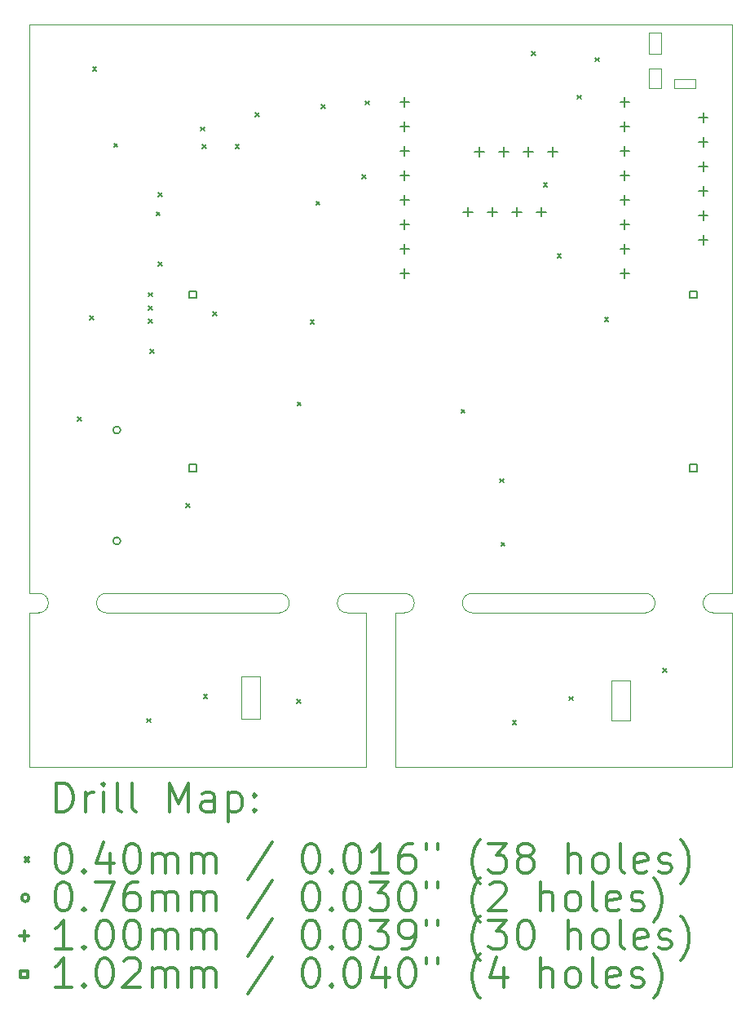
<source format=gbr>
%FSLAX45Y45*%
G04 Gerber Fmt 4.5, Leading zero omitted, Abs format (unit mm)*
G04 Created by KiCad (PCBNEW (5.1.7)-1) date 2021-06-29 10:57:21*
%MOMM*%
%LPD*%
G01*
G04 APERTURE LIST*
%TA.AperFunction,Profile*%
%ADD10C,0.100000*%
%TD*%
%TA.AperFunction,Profile*%
%ADD11C,0.050000*%
%TD*%
%ADD12C,0.200000*%
%ADD13C,0.300000*%
G04 APERTURE END LIST*
D10*
X11260000Y-3750000D02*
X11140000Y-3750000D01*
X11140000Y-3600000D02*
X11260000Y-3600000D01*
X6900000Y-10500000D02*
X7100000Y-10500000D01*
D11*
X12000000Y-9400000D02*
X12000000Y-9600000D01*
X9300000Y-9400000D02*
G75*
G02*
X9300000Y-9200000I0J100000D01*
G01*
D10*
X10750000Y-10100000D02*
X10750000Y-10520000D01*
X10940000Y-10100000D02*
X10750000Y-10100000D01*
X7100000Y-10500000D02*
X7100000Y-10060000D01*
X6900000Y-10060000D02*
X6900000Y-10500000D01*
X10940000Y-10520000D02*
X10940000Y-10100000D01*
X7100000Y-10060000D02*
X6900000Y-10060000D01*
D11*
X11100000Y-9200000D02*
G75*
G02*
X11100000Y-9400000I0J-100000D01*
G01*
X11800000Y-9400000D02*
X12000000Y-9400000D01*
X8500000Y-9600000D02*
X8500000Y-9400000D01*
X9300000Y-9400000D02*
X11100000Y-9400000D01*
X11800000Y-9400000D02*
G75*
G02*
X11800000Y-9200000I0J100000D01*
G01*
X11600000Y-11000000D02*
X12000000Y-11000000D01*
D10*
X10750000Y-10520000D02*
X10940000Y-10520000D01*
D11*
X8200000Y-9600000D02*
X8200000Y-9400000D01*
X8600000Y-9400000D02*
X8500000Y-9400000D01*
X8500000Y-11000000D02*
X11600000Y-11000000D01*
X8200000Y-11000000D02*
X8200000Y-9600000D01*
X5500000Y-9400000D02*
X7300000Y-9400000D01*
X8000000Y-9400000D02*
G75*
G02*
X8000000Y-9200000I0J100000D01*
G01*
X8500000Y-9600000D02*
X8500000Y-11000000D01*
X8600000Y-9200000D02*
G75*
G02*
X8600000Y-9400000I0J-100000D01*
G01*
X12000000Y-11000000D02*
X12000000Y-9600000D01*
X4800000Y-9200000D02*
G75*
G02*
X4800000Y-9400000I0J-100000D01*
G01*
X4700000Y-9600000D02*
X4700000Y-11000000D01*
X7800000Y-11000000D02*
X8200000Y-11000000D01*
X4700000Y-9600000D02*
X4700000Y-9400000D01*
X4800000Y-9400000D02*
X4700000Y-9400000D01*
X5500000Y-9400000D02*
G75*
G02*
X5500000Y-9200000I0J100000D01*
G01*
X8000000Y-9400000D02*
X8200000Y-9400000D01*
X7300000Y-9200000D02*
G75*
G02*
X7300000Y-9400000I0J-100000D01*
G01*
X4700000Y-11000000D02*
X7800000Y-11000000D01*
D10*
X11260000Y-3380000D02*
X11260000Y-3600000D01*
X11140000Y-3380000D02*
X11260000Y-3380000D01*
X11140000Y-3600000D02*
X11140000Y-3380000D01*
X11260000Y-3750000D02*
X11260000Y-3960000D01*
X11140000Y-3960000D02*
X11140000Y-3750000D01*
X11260000Y-3960000D02*
X11140000Y-3960000D01*
X11620000Y-3860000D02*
X11620000Y-3960000D01*
X11400000Y-3860000D02*
X11620000Y-3860000D01*
X11400000Y-3960000D02*
X11400000Y-3860000D01*
X11620000Y-3960000D02*
X11400000Y-3960000D01*
D11*
X11800000Y-9200000D02*
X12000000Y-9200000D01*
X8500000Y-9200000D02*
X8400000Y-9200000D01*
X11100000Y-9200000D02*
X9300000Y-9200000D01*
X8500000Y-9200000D02*
X8600000Y-9200000D01*
X7300000Y-9200000D02*
X5500000Y-9200000D01*
X8000000Y-9200000D02*
X8400000Y-9200000D01*
X4700000Y-9200000D02*
X4800000Y-9200000D01*
X12000000Y-9200000D02*
X12000000Y-9000000D01*
X4700000Y-9000000D02*
X4700000Y-9200000D01*
X12000000Y-9000000D02*
X12000000Y-3300000D01*
X4700000Y-3300000D02*
X4700000Y-9000000D01*
X12000000Y-3300000D02*
X4700000Y-3300000D01*
D12*
X5200000Y-7370000D02*
X5240000Y-7410000D01*
X5240000Y-7370000D02*
X5200000Y-7410000D01*
X5330000Y-6320000D02*
X5370000Y-6360000D01*
X5370000Y-6320000D02*
X5330000Y-6360000D01*
X5360000Y-3740000D02*
X5400000Y-3780000D01*
X5400000Y-3740000D02*
X5360000Y-3780000D01*
X5580000Y-4530000D02*
X5620000Y-4570000D01*
X5620000Y-4530000D02*
X5580000Y-4570000D01*
X5920000Y-10500000D02*
X5960000Y-10540000D01*
X5960000Y-10500000D02*
X5920000Y-10540000D01*
X5940000Y-6080000D02*
X5980000Y-6120000D01*
X5980000Y-6080000D02*
X5940000Y-6120000D01*
X5940000Y-6220000D02*
X5980000Y-6260000D01*
X5980000Y-6220000D02*
X5940000Y-6260000D01*
X5940000Y-6357500D02*
X5980000Y-6397500D01*
X5980000Y-6357500D02*
X5940000Y-6397500D01*
X5955000Y-6670000D02*
X5995000Y-6710000D01*
X5995000Y-6670000D02*
X5955000Y-6710000D01*
X6020000Y-5240000D02*
X6060000Y-5280000D01*
X6060000Y-5240000D02*
X6020000Y-5280000D01*
X6040000Y-5040000D02*
X6080000Y-5080000D01*
X6080000Y-5040000D02*
X6040000Y-5080000D01*
X6040000Y-5760000D02*
X6080000Y-5800000D01*
X6080000Y-5760000D02*
X6040000Y-5800000D01*
X6330000Y-8270000D02*
X6370000Y-8310000D01*
X6370000Y-8270000D02*
X6330000Y-8310000D01*
X6480000Y-4360000D02*
X6520000Y-4400000D01*
X6520000Y-4360000D02*
X6480000Y-4400000D01*
X6500000Y-4540000D02*
X6540000Y-4580000D01*
X6540000Y-4540000D02*
X6500000Y-4580000D01*
X6510000Y-10250000D02*
X6550000Y-10290000D01*
X6550000Y-10250000D02*
X6510000Y-10290000D01*
X6610000Y-6280000D02*
X6650000Y-6320000D01*
X6650000Y-6280000D02*
X6610000Y-6320000D01*
X6840000Y-4540000D02*
X6880000Y-4580000D01*
X6880000Y-4540000D02*
X6840000Y-4580000D01*
X7047000Y-4213000D02*
X7087000Y-4253000D01*
X7087000Y-4213000D02*
X7047000Y-4253000D01*
X7480000Y-10300000D02*
X7520000Y-10340000D01*
X7520000Y-10300000D02*
X7480000Y-10340000D01*
X7485000Y-7215000D02*
X7525000Y-7255000D01*
X7525000Y-7215000D02*
X7485000Y-7255000D01*
X7620000Y-6360000D02*
X7660000Y-6400000D01*
X7660000Y-6360000D02*
X7620000Y-6400000D01*
X7680000Y-5130000D02*
X7720000Y-5170000D01*
X7720000Y-5130000D02*
X7680000Y-5170000D01*
X7735000Y-4125000D02*
X7775000Y-4165000D01*
X7775000Y-4125000D02*
X7735000Y-4165000D01*
X8155000Y-4855000D02*
X8195000Y-4895000D01*
X8195000Y-4855000D02*
X8155000Y-4895000D01*
X8190500Y-4090000D02*
X8230500Y-4130000D01*
X8230500Y-4090000D02*
X8190500Y-4130000D01*
X9185000Y-7290000D02*
X9225000Y-7330000D01*
X9225000Y-7290000D02*
X9185000Y-7330000D01*
X9590000Y-8010000D02*
X9630000Y-8050000D01*
X9630000Y-8010000D02*
X9590000Y-8050000D01*
X9600000Y-8670000D02*
X9640000Y-8710000D01*
X9640000Y-8670000D02*
X9600000Y-8710000D01*
X9720000Y-10520000D02*
X9760000Y-10560000D01*
X9760000Y-10520000D02*
X9720000Y-10560000D01*
X9920000Y-3580000D02*
X9960000Y-3620000D01*
X9960000Y-3580000D02*
X9920000Y-3620000D01*
X10040000Y-4940000D02*
X10080000Y-4980000D01*
X10080000Y-4940000D02*
X10040000Y-4980000D01*
X10185000Y-5680000D02*
X10225000Y-5720000D01*
X10225000Y-5680000D02*
X10185000Y-5720000D01*
X10310000Y-10270000D02*
X10350000Y-10310000D01*
X10350000Y-10270000D02*
X10310000Y-10310000D01*
X10390000Y-4030000D02*
X10430000Y-4070000D01*
X10430000Y-4030000D02*
X10390000Y-4070000D01*
X10580000Y-3640000D02*
X10620000Y-3680000D01*
X10620000Y-3640000D02*
X10580000Y-3680000D01*
X10675000Y-6335000D02*
X10715000Y-6375000D01*
X10715000Y-6335000D02*
X10675000Y-6375000D01*
X11280000Y-9980000D02*
X11320000Y-10020000D01*
X11320000Y-9980000D02*
X11280000Y-10020000D01*
X5648100Y-7505000D02*
G75*
G03*
X5648100Y-7505000I-38100J0D01*
G01*
X5648100Y-8655000D02*
G75*
G03*
X5648100Y-8655000I-38100J0D01*
G01*
X11700000Y-4210000D02*
X11700000Y-4310000D01*
X11650000Y-4260000D02*
X11750000Y-4260000D01*
X11700000Y-4464000D02*
X11700000Y-4564000D01*
X11650000Y-4514000D02*
X11750000Y-4514000D01*
X11700000Y-4718000D02*
X11700000Y-4818000D01*
X11650000Y-4768000D02*
X11750000Y-4768000D01*
X11700000Y-4972000D02*
X11700000Y-5072000D01*
X11650000Y-5022000D02*
X11750000Y-5022000D01*
X11700000Y-5226000D02*
X11700000Y-5326000D01*
X11650000Y-5276000D02*
X11750000Y-5276000D01*
X11700000Y-5480000D02*
X11700000Y-5580000D01*
X11650000Y-5530000D02*
X11750000Y-5530000D01*
X9378000Y-4570000D02*
X9378000Y-4670000D01*
X9328000Y-4620000D02*
X9428000Y-4620000D01*
X9632000Y-4570000D02*
X9632000Y-4670000D01*
X9582000Y-4620000D02*
X9682000Y-4620000D01*
X9886000Y-4570000D02*
X9886000Y-4670000D01*
X9836000Y-4620000D02*
X9936000Y-4620000D01*
X10140000Y-4570000D02*
X10140000Y-4670000D01*
X10090000Y-4620000D02*
X10190000Y-4620000D01*
X8600000Y-4050000D02*
X8600000Y-4150000D01*
X8550000Y-4100000D02*
X8650000Y-4100000D01*
X8600000Y-4304000D02*
X8600000Y-4404000D01*
X8550000Y-4354000D02*
X8650000Y-4354000D01*
X8600000Y-4558000D02*
X8600000Y-4658000D01*
X8550000Y-4608000D02*
X8650000Y-4608000D01*
X8600000Y-4812000D02*
X8600000Y-4912000D01*
X8550000Y-4862000D02*
X8650000Y-4862000D01*
X8600000Y-5066000D02*
X8600000Y-5166000D01*
X8550000Y-5116000D02*
X8650000Y-5116000D01*
X8600000Y-5320000D02*
X8600000Y-5420000D01*
X8550000Y-5370000D02*
X8650000Y-5370000D01*
X8600000Y-5574000D02*
X8600000Y-5674000D01*
X8550000Y-5624000D02*
X8650000Y-5624000D01*
X8600000Y-5828000D02*
X8600000Y-5928000D01*
X8550000Y-5878000D02*
X8650000Y-5878000D01*
X10886000Y-4050000D02*
X10886000Y-4150000D01*
X10836000Y-4100000D02*
X10936000Y-4100000D01*
X10886000Y-4304000D02*
X10886000Y-4404000D01*
X10836000Y-4354000D02*
X10936000Y-4354000D01*
X10886000Y-4558000D02*
X10886000Y-4658000D01*
X10836000Y-4608000D02*
X10936000Y-4608000D01*
X10886000Y-4812000D02*
X10886000Y-4912000D01*
X10836000Y-4862000D02*
X10936000Y-4862000D01*
X10886000Y-5066000D02*
X10886000Y-5166000D01*
X10836000Y-5116000D02*
X10936000Y-5116000D01*
X10886000Y-5320000D02*
X10886000Y-5420000D01*
X10836000Y-5370000D02*
X10936000Y-5370000D01*
X10886000Y-5574000D02*
X10886000Y-5674000D01*
X10836000Y-5624000D02*
X10936000Y-5624000D01*
X10886000Y-5828000D02*
X10886000Y-5928000D01*
X10836000Y-5878000D02*
X10936000Y-5878000D01*
X9258000Y-5190000D02*
X9258000Y-5290000D01*
X9208000Y-5240000D02*
X9308000Y-5240000D01*
X9512000Y-5190000D02*
X9512000Y-5290000D01*
X9462000Y-5240000D02*
X9562000Y-5240000D01*
X9766000Y-5190000D02*
X9766000Y-5290000D01*
X9716000Y-5240000D02*
X9816000Y-5240000D01*
X10020000Y-5190000D02*
X10020000Y-5290000D01*
X9970000Y-5240000D02*
X10070000Y-5240000D01*
X6436063Y-6136063D02*
X6436063Y-6063937D01*
X6363937Y-6063937D01*
X6363937Y-6136063D01*
X6436063Y-6136063D01*
X11635063Y-6136063D02*
X11635063Y-6063937D01*
X11562937Y-6063937D01*
X11562937Y-6136063D01*
X11635063Y-6136063D01*
X6436063Y-7936063D02*
X6436063Y-7863937D01*
X6363937Y-7863937D01*
X6363937Y-7936063D01*
X6436063Y-7936063D01*
X11635063Y-7936063D02*
X11635063Y-7863937D01*
X11562937Y-7863937D01*
X11562937Y-7936063D01*
X11635063Y-7936063D01*
D13*
X4983928Y-11468214D02*
X4983928Y-11168214D01*
X5055357Y-11168214D01*
X5098214Y-11182500D01*
X5126786Y-11211071D01*
X5141071Y-11239643D01*
X5155357Y-11296786D01*
X5155357Y-11339643D01*
X5141071Y-11396786D01*
X5126786Y-11425357D01*
X5098214Y-11453929D01*
X5055357Y-11468214D01*
X4983928Y-11468214D01*
X5283928Y-11468214D02*
X5283928Y-11268214D01*
X5283928Y-11325357D02*
X5298214Y-11296786D01*
X5312500Y-11282500D01*
X5341071Y-11268214D01*
X5369643Y-11268214D01*
X5469643Y-11468214D02*
X5469643Y-11268214D01*
X5469643Y-11168214D02*
X5455357Y-11182500D01*
X5469643Y-11196786D01*
X5483928Y-11182500D01*
X5469643Y-11168214D01*
X5469643Y-11196786D01*
X5655357Y-11468214D02*
X5626786Y-11453929D01*
X5612500Y-11425357D01*
X5612500Y-11168214D01*
X5812500Y-11468214D02*
X5783928Y-11453929D01*
X5769643Y-11425357D01*
X5769643Y-11168214D01*
X6155357Y-11468214D02*
X6155357Y-11168214D01*
X6255357Y-11382500D01*
X6355357Y-11168214D01*
X6355357Y-11468214D01*
X6626786Y-11468214D02*
X6626786Y-11311071D01*
X6612500Y-11282500D01*
X6583928Y-11268214D01*
X6526786Y-11268214D01*
X6498214Y-11282500D01*
X6626786Y-11453929D02*
X6598214Y-11468214D01*
X6526786Y-11468214D01*
X6498214Y-11453929D01*
X6483928Y-11425357D01*
X6483928Y-11396786D01*
X6498214Y-11368214D01*
X6526786Y-11353929D01*
X6598214Y-11353929D01*
X6626786Y-11339643D01*
X6769643Y-11268214D02*
X6769643Y-11568214D01*
X6769643Y-11282500D02*
X6798214Y-11268214D01*
X6855357Y-11268214D01*
X6883928Y-11282500D01*
X6898214Y-11296786D01*
X6912500Y-11325357D01*
X6912500Y-11411071D01*
X6898214Y-11439643D01*
X6883928Y-11453929D01*
X6855357Y-11468214D01*
X6798214Y-11468214D01*
X6769643Y-11453929D01*
X7041071Y-11439643D02*
X7055357Y-11453929D01*
X7041071Y-11468214D01*
X7026786Y-11453929D01*
X7041071Y-11439643D01*
X7041071Y-11468214D01*
X7041071Y-11282500D02*
X7055357Y-11296786D01*
X7041071Y-11311071D01*
X7026786Y-11296786D01*
X7041071Y-11282500D01*
X7041071Y-11311071D01*
X4657500Y-11942500D02*
X4697500Y-11982500D01*
X4697500Y-11942500D02*
X4657500Y-11982500D01*
X5041071Y-11798214D02*
X5069643Y-11798214D01*
X5098214Y-11812500D01*
X5112500Y-11826786D01*
X5126786Y-11855357D01*
X5141071Y-11912500D01*
X5141071Y-11983929D01*
X5126786Y-12041071D01*
X5112500Y-12069643D01*
X5098214Y-12083929D01*
X5069643Y-12098214D01*
X5041071Y-12098214D01*
X5012500Y-12083929D01*
X4998214Y-12069643D01*
X4983928Y-12041071D01*
X4969643Y-11983929D01*
X4969643Y-11912500D01*
X4983928Y-11855357D01*
X4998214Y-11826786D01*
X5012500Y-11812500D01*
X5041071Y-11798214D01*
X5269643Y-12069643D02*
X5283928Y-12083929D01*
X5269643Y-12098214D01*
X5255357Y-12083929D01*
X5269643Y-12069643D01*
X5269643Y-12098214D01*
X5541071Y-11898214D02*
X5541071Y-12098214D01*
X5469643Y-11783929D02*
X5398214Y-11998214D01*
X5583928Y-11998214D01*
X5755357Y-11798214D02*
X5783928Y-11798214D01*
X5812500Y-11812500D01*
X5826786Y-11826786D01*
X5841071Y-11855357D01*
X5855357Y-11912500D01*
X5855357Y-11983929D01*
X5841071Y-12041071D01*
X5826786Y-12069643D01*
X5812500Y-12083929D01*
X5783928Y-12098214D01*
X5755357Y-12098214D01*
X5726786Y-12083929D01*
X5712500Y-12069643D01*
X5698214Y-12041071D01*
X5683928Y-11983929D01*
X5683928Y-11912500D01*
X5698214Y-11855357D01*
X5712500Y-11826786D01*
X5726786Y-11812500D01*
X5755357Y-11798214D01*
X5983928Y-12098214D02*
X5983928Y-11898214D01*
X5983928Y-11926786D02*
X5998214Y-11912500D01*
X6026786Y-11898214D01*
X6069643Y-11898214D01*
X6098214Y-11912500D01*
X6112500Y-11941071D01*
X6112500Y-12098214D01*
X6112500Y-11941071D02*
X6126786Y-11912500D01*
X6155357Y-11898214D01*
X6198214Y-11898214D01*
X6226786Y-11912500D01*
X6241071Y-11941071D01*
X6241071Y-12098214D01*
X6383928Y-12098214D02*
X6383928Y-11898214D01*
X6383928Y-11926786D02*
X6398214Y-11912500D01*
X6426786Y-11898214D01*
X6469643Y-11898214D01*
X6498214Y-11912500D01*
X6512500Y-11941071D01*
X6512500Y-12098214D01*
X6512500Y-11941071D02*
X6526786Y-11912500D01*
X6555357Y-11898214D01*
X6598214Y-11898214D01*
X6626786Y-11912500D01*
X6641071Y-11941071D01*
X6641071Y-12098214D01*
X7226786Y-11783929D02*
X6969643Y-12169643D01*
X7612500Y-11798214D02*
X7641071Y-11798214D01*
X7669643Y-11812500D01*
X7683928Y-11826786D01*
X7698214Y-11855357D01*
X7712500Y-11912500D01*
X7712500Y-11983929D01*
X7698214Y-12041071D01*
X7683928Y-12069643D01*
X7669643Y-12083929D01*
X7641071Y-12098214D01*
X7612500Y-12098214D01*
X7583928Y-12083929D01*
X7569643Y-12069643D01*
X7555357Y-12041071D01*
X7541071Y-11983929D01*
X7541071Y-11912500D01*
X7555357Y-11855357D01*
X7569643Y-11826786D01*
X7583928Y-11812500D01*
X7612500Y-11798214D01*
X7841071Y-12069643D02*
X7855357Y-12083929D01*
X7841071Y-12098214D01*
X7826786Y-12083929D01*
X7841071Y-12069643D01*
X7841071Y-12098214D01*
X8041071Y-11798214D02*
X8069643Y-11798214D01*
X8098214Y-11812500D01*
X8112500Y-11826786D01*
X8126786Y-11855357D01*
X8141071Y-11912500D01*
X8141071Y-11983929D01*
X8126786Y-12041071D01*
X8112500Y-12069643D01*
X8098214Y-12083929D01*
X8069643Y-12098214D01*
X8041071Y-12098214D01*
X8012500Y-12083929D01*
X7998214Y-12069643D01*
X7983928Y-12041071D01*
X7969643Y-11983929D01*
X7969643Y-11912500D01*
X7983928Y-11855357D01*
X7998214Y-11826786D01*
X8012500Y-11812500D01*
X8041071Y-11798214D01*
X8426786Y-12098214D02*
X8255357Y-12098214D01*
X8341071Y-12098214D02*
X8341071Y-11798214D01*
X8312500Y-11841071D01*
X8283928Y-11869643D01*
X8255357Y-11883929D01*
X8683928Y-11798214D02*
X8626786Y-11798214D01*
X8598214Y-11812500D01*
X8583928Y-11826786D01*
X8555357Y-11869643D01*
X8541071Y-11926786D01*
X8541071Y-12041071D01*
X8555357Y-12069643D01*
X8569643Y-12083929D01*
X8598214Y-12098214D01*
X8655357Y-12098214D01*
X8683928Y-12083929D01*
X8698214Y-12069643D01*
X8712500Y-12041071D01*
X8712500Y-11969643D01*
X8698214Y-11941071D01*
X8683928Y-11926786D01*
X8655357Y-11912500D01*
X8598214Y-11912500D01*
X8569643Y-11926786D01*
X8555357Y-11941071D01*
X8541071Y-11969643D01*
X8826786Y-11798214D02*
X8826786Y-11855357D01*
X8941071Y-11798214D02*
X8941071Y-11855357D01*
X9383928Y-12212500D02*
X9369643Y-12198214D01*
X9341071Y-12155357D01*
X9326786Y-12126786D01*
X9312500Y-12083929D01*
X9298214Y-12012500D01*
X9298214Y-11955357D01*
X9312500Y-11883929D01*
X9326786Y-11841071D01*
X9341071Y-11812500D01*
X9369643Y-11769643D01*
X9383928Y-11755357D01*
X9469643Y-11798214D02*
X9655357Y-11798214D01*
X9555357Y-11912500D01*
X9598214Y-11912500D01*
X9626786Y-11926786D01*
X9641071Y-11941071D01*
X9655357Y-11969643D01*
X9655357Y-12041071D01*
X9641071Y-12069643D01*
X9626786Y-12083929D01*
X9598214Y-12098214D01*
X9512500Y-12098214D01*
X9483928Y-12083929D01*
X9469643Y-12069643D01*
X9826786Y-11926786D02*
X9798214Y-11912500D01*
X9783928Y-11898214D01*
X9769643Y-11869643D01*
X9769643Y-11855357D01*
X9783928Y-11826786D01*
X9798214Y-11812500D01*
X9826786Y-11798214D01*
X9883928Y-11798214D01*
X9912500Y-11812500D01*
X9926786Y-11826786D01*
X9941071Y-11855357D01*
X9941071Y-11869643D01*
X9926786Y-11898214D01*
X9912500Y-11912500D01*
X9883928Y-11926786D01*
X9826786Y-11926786D01*
X9798214Y-11941071D01*
X9783928Y-11955357D01*
X9769643Y-11983929D01*
X9769643Y-12041071D01*
X9783928Y-12069643D01*
X9798214Y-12083929D01*
X9826786Y-12098214D01*
X9883928Y-12098214D01*
X9912500Y-12083929D01*
X9926786Y-12069643D01*
X9941071Y-12041071D01*
X9941071Y-11983929D01*
X9926786Y-11955357D01*
X9912500Y-11941071D01*
X9883928Y-11926786D01*
X10298214Y-12098214D02*
X10298214Y-11798214D01*
X10426786Y-12098214D02*
X10426786Y-11941071D01*
X10412500Y-11912500D01*
X10383928Y-11898214D01*
X10341071Y-11898214D01*
X10312500Y-11912500D01*
X10298214Y-11926786D01*
X10612500Y-12098214D02*
X10583928Y-12083929D01*
X10569643Y-12069643D01*
X10555357Y-12041071D01*
X10555357Y-11955357D01*
X10569643Y-11926786D01*
X10583928Y-11912500D01*
X10612500Y-11898214D01*
X10655357Y-11898214D01*
X10683928Y-11912500D01*
X10698214Y-11926786D01*
X10712500Y-11955357D01*
X10712500Y-12041071D01*
X10698214Y-12069643D01*
X10683928Y-12083929D01*
X10655357Y-12098214D01*
X10612500Y-12098214D01*
X10883928Y-12098214D02*
X10855357Y-12083929D01*
X10841071Y-12055357D01*
X10841071Y-11798214D01*
X11112500Y-12083929D02*
X11083928Y-12098214D01*
X11026786Y-12098214D01*
X10998214Y-12083929D01*
X10983928Y-12055357D01*
X10983928Y-11941071D01*
X10998214Y-11912500D01*
X11026786Y-11898214D01*
X11083928Y-11898214D01*
X11112500Y-11912500D01*
X11126786Y-11941071D01*
X11126786Y-11969643D01*
X10983928Y-11998214D01*
X11241071Y-12083929D02*
X11269643Y-12098214D01*
X11326786Y-12098214D01*
X11355357Y-12083929D01*
X11369643Y-12055357D01*
X11369643Y-12041071D01*
X11355357Y-12012500D01*
X11326786Y-11998214D01*
X11283928Y-11998214D01*
X11255357Y-11983929D01*
X11241071Y-11955357D01*
X11241071Y-11941071D01*
X11255357Y-11912500D01*
X11283928Y-11898214D01*
X11326786Y-11898214D01*
X11355357Y-11912500D01*
X11469643Y-12212500D02*
X11483928Y-12198214D01*
X11512500Y-12155357D01*
X11526786Y-12126786D01*
X11541071Y-12083929D01*
X11555357Y-12012500D01*
X11555357Y-11955357D01*
X11541071Y-11883929D01*
X11526786Y-11841071D01*
X11512500Y-11812500D01*
X11483928Y-11769643D01*
X11469643Y-11755357D01*
X4697500Y-12358500D02*
G75*
G03*
X4697500Y-12358500I-38100J0D01*
G01*
X5041071Y-12194214D02*
X5069643Y-12194214D01*
X5098214Y-12208500D01*
X5112500Y-12222786D01*
X5126786Y-12251357D01*
X5141071Y-12308500D01*
X5141071Y-12379929D01*
X5126786Y-12437071D01*
X5112500Y-12465643D01*
X5098214Y-12479929D01*
X5069643Y-12494214D01*
X5041071Y-12494214D01*
X5012500Y-12479929D01*
X4998214Y-12465643D01*
X4983928Y-12437071D01*
X4969643Y-12379929D01*
X4969643Y-12308500D01*
X4983928Y-12251357D01*
X4998214Y-12222786D01*
X5012500Y-12208500D01*
X5041071Y-12194214D01*
X5269643Y-12465643D02*
X5283928Y-12479929D01*
X5269643Y-12494214D01*
X5255357Y-12479929D01*
X5269643Y-12465643D01*
X5269643Y-12494214D01*
X5383928Y-12194214D02*
X5583928Y-12194214D01*
X5455357Y-12494214D01*
X5826786Y-12194214D02*
X5769643Y-12194214D01*
X5741071Y-12208500D01*
X5726786Y-12222786D01*
X5698214Y-12265643D01*
X5683928Y-12322786D01*
X5683928Y-12437071D01*
X5698214Y-12465643D01*
X5712500Y-12479929D01*
X5741071Y-12494214D01*
X5798214Y-12494214D01*
X5826786Y-12479929D01*
X5841071Y-12465643D01*
X5855357Y-12437071D01*
X5855357Y-12365643D01*
X5841071Y-12337071D01*
X5826786Y-12322786D01*
X5798214Y-12308500D01*
X5741071Y-12308500D01*
X5712500Y-12322786D01*
X5698214Y-12337071D01*
X5683928Y-12365643D01*
X5983928Y-12494214D02*
X5983928Y-12294214D01*
X5983928Y-12322786D02*
X5998214Y-12308500D01*
X6026786Y-12294214D01*
X6069643Y-12294214D01*
X6098214Y-12308500D01*
X6112500Y-12337071D01*
X6112500Y-12494214D01*
X6112500Y-12337071D02*
X6126786Y-12308500D01*
X6155357Y-12294214D01*
X6198214Y-12294214D01*
X6226786Y-12308500D01*
X6241071Y-12337071D01*
X6241071Y-12494214D01*
X6383928Y-12494214D02*
X6383928Y-12294214D01*
X6383928Y-12322786D02*
X6398214Y-12308500D01*
X6426786Y-12294214D01*
X6469643Y-12294214D01*
X6498214Y-12308500D01*
X6512500Y-12337071D01*
X6512500Y-12494214D01*
X6512500Y-12337071D02*
X6526786Y-12308500D01*
X6555357Y-12294214D01*
X6598214Y-12294214D01*
X6626786Y-12308500D01*
X6641071Y-12337071D01*
X6641071Y-12494214D01*
X7226786Y-12179929D02*
X6969643Y-12565643D01*
X7612500Y-12194214D02*
X7641071Y-12194214D01*
X7669643Y-12208500D01*
X7683928Y-12222786D01*
X7698214Y-12251357D01*
X7712500Y-12308500D01*
X7712500Y-12379929D01*
X7698214Y-12437071D01*
X7683928Y-12465643D01*
X7669643Y-12479929D01*
X7641071Y-12494214D01*
X7612500Y-12494214D01*
X7583928Y-12479929D01*
X7569643Y-12465643D01*
X7555357Y-12437071D01*
X7541071Y-12379929D01*
X7541071Y-12308500D01*
X7555357Y-12251357D01*
X7569643Y-12222786D01*
X7583928Y-12208500D01*
X7612500Y-12194214D01*
X7841071Y-12465643D02*
X7855357Y-12479929D01*
X7841071Y-12494214D01*
X7826786Y-12479929D01*
X7841071Y-12465643D01*
X7841071Y-12494214D01*
X8041071Y-12194214D02*
X8069643Y-12194214D01*
X8098214Y-12208500D01*
X8112500Y-12222786D01*
X8126786Y-12251357D01*
X8141071Y-12308500D01*
X8141071Y-12379929D01*
X8126786Y-12437071D01*
X8112500Y-12465643D01*
X8098214Y-12479929D01*
X8069643Y-12494214D01*
X8041071Y-12494214D01*
X8012500Y-12479929D01*
X7998214Y-12465643D01*
X7983928Y-12437071D01*
X7969643Y-12379929D01*
X7969643Y-12308500D01*
X7983928Y-12251357D01*
X7998214Y-12222786D01*
X8012500Y-12208500D01*
X8041071Y-12194214D01*
X8241071Y-12194214D02*
X8426786Y-12194214D01*
X8326786Y-12308500D01*
X8369643Y-12308500D01*
X8398214Y-12322786D01*
X8412500Y-12337071D01*
X8426786Y-12365643D01*
X8426786Y-12437071D01*
X8412500Y-12465643D01*
X8398214Y-12479929D01*
X8369643Y-12494214D01*
X8283928Y-12494214D01*
X8255357Y-12479929D01*
X8241071Y-12465643D01*
X8612500Y-12194214D02*
X8641071Y-12194214D01*
X8669643Y-12208500D01*
X8683928Y-12222786D01*
X8698214Y-12251357D01*
X8712500Y-12308500D01*
X8712500Y-12379929D01*
X8698214Y-12437071D01*
X8683928Y-12465643D01*
X8669643Y-12479929D01*
X8641071Y-12494214D01*
X8612500Y-12494214D01*
X8583928Y-12479929D01*
X8569643Y-12465643D01*
X8555357Y-12437071D01*
X8541071Y-12379929D01*
X8541071Y-12308500D01*
X8555357Y-12251357D01*
X8569643Y-12222786D01*
X8583928Y-12208500D01*
X8612500Y-12194214D01*
X8826786Y-12194214D02*
X8826786Y-12251357D01*
X8941071Y-12194214D02*
X8941071Y-12251357D01*
X9383928Y-12608500D02*
X9369643Y-12594214D01*
X9341071Y-12551357D01*
X9326786Y-12522786D01*
X9312500Y-12479929D01*
X9298214Y-12408500D01*
X9298214Y-12351357D01*
X9312500Y-12279929D01*
X9326786Y-12237071D01*
X9341071Y-12208500D01*
X9369643Y-12165643D01*
X9383928Y-12151357D01*
X9483928Y-12222786D02*
X9498214Y-12208500D01*
X9526786Y-12194214D01*
X9598214Y-12194214D01*
X9626786Y-12208500D01*
X9641071Y-12222786D01*
X9655357Y-12251357D01*
X9655357Y-12279929D01*
X9641071Y-12322786D01*
X9469643Y-12494214D01*
X9655357Y-12494214D01*
X10012500Y-12494214D02*
X10012500Y-12194214D01*
X10141071Y-12494214D02*
X10141071Y-12337071D01*
X10126786Y-12308500D01*
X10098214Y-12294214D01*
X10055357Y-12294214D01*
X10026786Y-12308500D01*
X10012500Y-12322786D01*
X10326786Y-12494214D02*
X10298214Y-12479929D01*
X10283928Y-12465643D01*
X10269643Y-12437071D01*
X10269643Y-12351357D01*
X10283928Y-12322786D01*
X10298214Y-12308500D01*
X10326786Y-12294214D01*
X10369643Y-12294214D01*
X10398214Y-12308500D01*
X10412500Y-12322786D01*
X10426786Y-12351357D01*
X10426786Y-12437071D01*
X10412500Y-12465643D01*
X10398214Y-12479929D01*
X10369643Y-12494214D01*
X10326786Y-12494214D01*
X10598214Y-12494214D02*
X10569643Y-12479929D01*
X10555357Y-12451357D01*
X10555357Y-12194214D01*
X10826786Y-12479929D02*
X10798214Y-12494214D01*
X10741071Y-12494214D01*
X10712500Y-12479929D01*
X10698214Y-12451357D01*
X10698214Y-12337071D01*
X10712500Y-12308500D01*
X10741071Y-12294214D01*
X10798214Y-12294214D01*
X10826786Y-12308500D01*
X10841071Y-12337071D01*
X10841071Y-12365643D01*
X10698214Y-12394214D01*
X10955357Y-12479929D02*
X10983928Y-12494214D01*
X11041071Y-12494214D01*
X11069643Y-12479929D01*
X11083928Y-12451357D01*
X11083928Y-12437071D01*
X11069643Y-12408500D01*
X11041071Y-12394214D01*
X10998214Y-12394214D01*
X10969643Y-12379929D01*
X10955357Y-12351357D01*
X10955357Y-12337071D01*
X10969643Y-12308500D01*
X10998214Y-12294214D01*
X11041071Y-12294214D01*
X11069643Y-12308500D01*
X11183928Y-12608500D02*
X11198214Y-12594214D01*
X11226786Y-12551357D01*
X11241071Y-12522786D01*
X11255357Y-12479929D01*
X11269643Y-12408500D01*
X11269643Y-12351357D01*
X11255357Y-12279929D01*
X11241071Y-12237071D01*
X11226786Y-12208500D01*
X11198214Y-12165643D01*
X11183928Y-12151357D01*
X4647500Y-12704500D02*
X4647500Y-12804500D01*
X4597500Y-12754500D02*
X4697500Y-12754500D01*
X5141071Y-12890214D02*
X4969643Y-12890214D01*
X5055357Y-12890214D02*
X5055357Y-12590214D01*
X5026786Y-12633071D01*
X4998214Y-12661643D01*
X4969643Y-12675929D01*
X5269643Y-12861643D02*
X5283928Y-12875929D01*
X5269643Y-12890214D01*
X5255357Y-12875929D01*
X5269643Y-12861643D01*
X5269643Y-12890214D01*
X5469643Y-12590214D02*
X5498214Y-12590214D01*
X5526786Y-12604500D01*
X5541071Y-12618786D01*
X5555357Y-12647357D01*
X5569643Y-12704500D01*
X5569643Y-12775929D01*
X5555357Y-12833071D01*
X5541071Y-12861643D01*
X5526786Y-12875929D01*
X5498214Y-12890214D01*
X5469643Y-12890214D01*
X5441071Y-12875929D01*
X5426786Y-12861643D01*
X5412500Y-12833071D01*
X5398214Y-12775929D01*
X5398214Y-12704500D01*
X5412500Y-12647357D01*
X5426786Y-12618786D01*
X5441071Y-12604500D01*
X5469643Y-12590214D01*
X5755357Y-12590214D02*
X5783928Y-12590214D01*
X5812500Y-12604500D01*
X5826786Y-12618786D01*
X5841071Y-12647357D01*
X5855357Y-12704500D01*
X5855357Y-12775929D01*
X5841071Y-12833071D01*
X5826786Y-12861643D01*
X5812500Y-12875929D01*
X5783928Y-12890214D01*
X5755357Y-12890214D01*
X5726786Y-12875929D01*
X5712500Y-12861643D01*
X5698214Y-12833071D01*
X5683928Y-12775929D01*
X5683928Y-12704500D01*
X5698214Y-12647357D01*
X5712500Y-12618786D01*
X5726786Y-12604500D01*
X5755357Y-12590214D01*
X5983928Y-12890214D02*
X5983928Y-12690214D01*
X5983928Y-12718786D02*
X5998214Y-12704500D01*
X6026786Y-12690214D01*
X6069643Y-12690214D01*
X6098214Y-12704500D01*
X6112500Y-12733071D01*
X6112500Y-12890214D01*
X6112500Y-12733071D02*
X6126786Y-12704500D01*
X6155357Y-12690214D01*
X6198214Y-12690214D01*
X6226786Y-12704500D01*
X6241071Y-12733071D01*
X6241071Y-12890214D01*
X6383928Y-12890214D02*
X6383928Y-12690214D01*
X6383928Y-12718786D02*
X6398214Y-12704500D01*
X6426786Y-12690214D01*
X6469643Y-12690214D01*
X6498214Y-12704500D01*
X6512500Y-12733071D01*
X6512500Y-12890214D01*
X6512500Y-12733071D02*
X6526786Y-12704500D01*
X6555357Y-12690214D01*
X6598214Y-12690214D01*
X6626786Y-12704500D01*
X6641071Y-12733071D01*
X6641071Y-12890214D01*
X7226786Y-12575929D02*
X6969643Y-12961643D01*
X7612500Y-12590214D02*
X7641071Y-12590214D01*
X7669643Y-12604500D01*
X7683928Y-12618786D01*
X7698214Y-12647357D01*
X7712500Y-12704500D01*
X7712500Y-12775929D01*
X7698214Y-12833071D01*
X7683928Y-12861643D01*
X7669643Y-12875929D01*
X7641071Y-12890214D01*
X7612500Y-12890214D01*
X7583928Y-12875929D01*
X7569643Y-12861643D01*
X7555357Y-12833071D01*
X7541071Y-12775929D01*
X7541071Y-12704500D01*
X7555357Y-12647357D01*
X7569643Y-12618786D01*
X7583928Y-12604500D01*
X7612500Y-12590214D01*
X7841071Y-12861643D02*
X7855357Y-12875929D01*
X7841071Y-12890214D01*
X7826786Y-12875929D01*
X7841071Y-12861643D01*
X7841071Y-12890214D01*
X8041071Y-12590214D02*
X8069643Y-12590214D01*
X8098214Y-12604500D01*
X8112500Y-12618786D01*
X8126786Y-12647357D01*
X8141071Y-12704500D01*
X8141071Y-12775929D01*
X8126786Y-12833071D01*
X8112500Y-12861643D01*
X8098214Y-12875929D01*
X8069643Y-12890214D01*
X8041071Y-12890214D01*
X8012500Y-12875929D01*
X7998214Y-12861643D01*
X7983928Y-12833071D01*
X7969643Y-12775929D01*
X7969643Y-12704500D01*
X7983928Y-12647357D01*
X7998214Y-12618786D01*
X8012500Y-12604500D01*
X8041071Y-12590214D01*
X8241071Y-12590214D02*
X8426786Y-12590214D01*
X8326786Y-12704500D01*
X8369643Y-12704500D01*
X8398214Y-12718786D01*
X8412500Y-12733071D01*
X8426786Y-12761643D01*
X8426786Y-12833071D01*
X8412500Y-12861643D01*
X8398214Y-12875929D01*
X8369643Y-12890214D01*
X8283928Y-12890214D01*
X8255357Y-12875929D01*
X8241071Y-12861643D01*
X8569643Y-12890214D02*
X8626786Y-12890214D01*
X8655357Y-12875929D01*
X8669643Y-12861643D01*
X8698214Y-12818786D01*
X8712500Y-12761643D01*
X8712500Y-12647357D01*
X8698214Y-12618786D01*
X8683928Y-12604500D01*
X8655357Y-12590214D01*
X8598214Y-12590214D01*
X8569643Y-12604500D01*
X8555357Y-12618786D01*
X8541071Y-12647357D01*
X8541071Y-12718786D01*
X8555357Y-12747357D01*
X8569643Y-12761643D01*
X8598214Y-12775929D01*
X8655357Y-12775929D01*
X8683928Y-12761643D01*
X8698214Y-12747357D01*
X8712500Y-12718786D01*
X8826786Y-12590214D02*
X8826786Y-12647357D01*
X8941071Y-12590214D02*
X8941071Y-12647357D01*
X9383928Y-13004500D02*
X9369643Y-12990214D01*
X9341071Y-12947357D01*
X9326786Y-12918786D01*
X9312500Y-12875929D01*
X9298214Y-12804500D01*
X9298214Y-12747357D01*
X9312500Y-12675929D01*
X9326786Y-12633071D01*
X9341071Y-12604500D01*
X9369643Y-12561643D01*
X9383928Y-12547357D01*
X9469643Y-12590214D02*
X9655357Y-12590214D01*
X9555357Y-12704500D01*
X9598214Y-12704500D01*
X9626786Y-12718786D01*
X9641071Y-12733071D01*
X9655357Y-12761643D01*
X9655357Y-12833071D01*
X9641071Y-12861643D01*
X9626786Y-12875929D01*
X9598214Y-12890214D01*
X9512500Y-12890214D01*
X9483928Y-12875929D01*
X9469643Y-12861643D01*
X9841071Y-12590214D02*
X9869643Y-12590214D01*
X9898214Y-12604500D01*
X9912500Y-12618786D01*
X9926786Y-12647357D01*
X9941071Y-12704500D01*
X9941071Y-12775929D01*
X9926786Y-12833071D01*
X9912500Y-12861643D01*
X9898214Y-12875929D01*
X9869643Y-12890214D01*
X9841071Y-12890214D01*
X9812500Y-12875929D01*
X9798214Y-12861643D01*
X9783928Y-12833071D01*
X9769643Y-12775929D01*
X9769643Y-12704500D01*
X9783928Y-12647357D01*
X9798214Y-12618786D01*
X9812500Y-12604500D01*
X9841071Y-12590214D01*
X10298214Y-12890214D02*
X10298214Y-12590214D01*
X10426786Y-12890214D02*
X10426786Y-12733071D01*
X10412500Y-12704500D01*
X10383928Y-12690214D01*
X10341071Y-12690214D01*
X10312500Y-12704500D01*
X10298214Y-12718786D01*
X10612500Y-12890214D02*
X10583928Y-12875929D01*
X10569643Y-12861643D01*
X10555357Y-12833071D01*
X10555357Y-12747357D01*
X10569643Y-12718786D01*
X10583928Y-12704500D01*
X10612500Y-12690214D01*
X10655357Y-12690214D01*
X10683928Y-12704500D01*
X10698214Y-12718786D01*
X10712500Y-12747357D01*
X10712500Y-12833071D01*
X10698214Y-12861643D01*
X10683928Y-12875929D01*
X10655357Y-12890214D01*
X10612500Y-12890214D01*
X10883928Y-12890214D02*
X10855357Y-12875929D01*
X10841071Y-12847357D01*
X10841071Y-12590214D01*
X11112500Y-12875929D02*
X11083928Y-12890214D01*
X11026786Y-12890214D01*
X10998214Y-12875929D01*
X10983928Y-12847357D01*
X10983928Y-12733071D01*
X10998214Y-12704500D01*
X11026786Y-12690214D01*
X11083928Y-12690214D01*
X11112500Y-12704500D01*
X11126786Y-12733071D01*
X11126786Y-12761643D01*
X10983928Y-12790214D01*
X11241071Y-12875929D02*
X11269643Y-12890214D01*
X11326786Y-12890214D01*
X11355357Y-12875929D01*
X11369643Y-12847357D01*
X11369643Y-12833071D01*
X11355357Y-12804500D01*
X11326786Y-12790214D01*
X11283928Y-12790214D01*
X11255357Y-12775929D01*
X11241071Y-12747357D01*
X11241071Y-12733071D01*
X11255357Y-12704500D01*
X11283928Y-12690214D01*
X11326786Y-12690214D01*
X11355357Y-12704500D01*
X11469643Y-13004500D02*
X11483928Y-12990214D01*
X11512500Y-12947357D01*
X11526786Y-12918786D01*
X11541071Y-12875929D01*
X11555357Y-12804500D01*
X11555357Y-12747357D01*
X11541071Y-12675929D01*
X11526786Y-12633071D01*
X11512500Y-12604500D01*
X11483928Y-12561643D01*
X11469643Y-12547357D01*
X4682563Y-13186563D02*
X4682563Y-13114437D01*
X4610437Y-13114437D01*
X4610437Y-13186563D01*
X4682563Y-13186563D01*
X5141071Y-13286214D02*
X4969643Y-13286214D01*
X5055357Y-13286214D02*
X5055357Y-12986214D01*
X5026786Y-13029071D01*
X4998214Y-13057643D01*
X4969643Y-13071929D01*
X5269643Y-13257643D02*
X5283928Y-13271929D01*
X5269643Y-13286214D01*
X5255357Y-13271929D01*
X5269643Y-13257643D01*
X5269643Y-13286214D01*
X5469643Y-12986214D02*
X5498214Y-12986214D01*
X5526786Y-13000500D01*
X5541071Y-13014786D01*
X5555357Y-13043357D01*
X5569643Y-13100500D01*
X5569643Y-13171929D01*
X5555357Y-13229071D01*
X5541071Y-13257643D01*
X5526786Y-13271929D01*
X5498214Y-13286214D01*
X5469643Y-13286214D01*
X5441071Y-13271929D01*
X5426786Y-13257643D01*
X5412500Y-13229071D01*
X5398214Y-13171929D01*
X5398214Y-13100500D01*
X5412500Y-13043357D01*
X5426786Y-13014786D01*
X5441071Y-13000500D01*
X5469643Y-12986214D01*
X5683928Y-13014786D02*
X5698214Y-13000500D01*
X5726786Y-12986214D01*
X5798214Y-12986214D01*
X5826786Y-13000500D01*
X5841071Y-13014786D01*
X5855357Y-13043357D01*
X5855357Y-13071929D01*
X5841071Y-13114786D01*
X5669643Y-13286214D01*
X5855357Y-13286214D01*
X5983928Y-13286214D02*
X5983928Y-13086214D01*
X5983928Y-13114786D02*
X5998214Y-13100500D01*
X6026786Y-13086214D01*
X6069643Y-13086214D01*
X6098214Y-13100500D01*
X6112500Y-13129071D01*
X6112500Y-13286214D01*
X6112500Y-13129071D02*
X6126786Y-13100500D01*
X6155357Y-13086214D01*
X6198214Y-13086214D01*
X6226786Y-13100500D01*
X6241071Y-13129071D01*
X6241071Y-13286214D01*
X6383928Y-13286214D02*
X6383928Y-13086214D01*
X6383928Y-13114786D02*
X6398214Y-13100500D01*
X6426786Y-13086214D01*
X6469643Y-13086214D01*
X6498214Y-13100500D01*
X6512500Y-13129071D01*
X6512500Y-13286214D01*
X6512500Y-13129071D02*
X6526786Y-13100500D01*
X6555357Y-13086214D01*
X6598214Y-13086214D01*
X6626786Y-13100500D01*
X6641071Y-13129071D01*
X6641071Y-13286214D01*
X7226786Y-12971929D02*
X6969643Y-13357643D01*
X7612500Y-12986214D02*
X7641071Y-12986214D01*
X7669643Y-13000500D01*
X7683928Y-13014786D01*
X7698214Y-13043357D01*
X7712500Y-13100500D01*
X7712500Y-13171929D01*
X7698214Y-13229071D01*
X7683928Y-13257643D01*
X7669643Y-13271929D01*
X7641071Y-13286214D01*
X7612500Y-13286214D01*
X7583928Y-13271929D01*
X7569643Y-13257643D01*
X7555357Y-13229071D01*
X7541071Y-13171929D01*
X7541071Y-13100500D01*
X7555357Y-13043357D01*
X7569643Y-13014786D01*
X7583928Y-13000500D01*
X7612500Y-12986214D01*
X7841071Y-13257643D02*
X7855357Y-13271929D01*
X7841071Y-13286214D01*
X7826786Y-13271929D01*
X7841071Y-13257643D01*
X7841071Y-13286214D01*
X8041071Y-12986214D02*
X8069643Y-12986214D01*
X8098214Y-13000500D01*
X8112500Y-13014786D01*
X8126786Y-13043357D01*
X8141071Y-13100500D01*
X8141071Y-13171929D01*
X8126786Y-13229071D01*
X8112500Y-13257643D01*
X8098214Y-13271929D01*
X8069643Y-13286214D01*
X8041071Y-13286214D01*
X8012500Y-13271929D01*
X7998214Y-13257643D01*
X7983928Y-13229071D01*
X7969643Y-13171929D01*
X7969643Y-13100500D01*
X7983928Y-13043357D01*
X7998214Y-13014786D01*
X8012500Y-13000500D01*
X8041071Y-12986214D01*
X8398214Y-13086214D02*
X8398214Y-13286214D01*
X8326786Y-12971929D02*
X8255357Y-13186214D01*
X8441071Y-13186214D01*
X8612500Y-12986214D02*
X8641071Y-12986214D01*
X8669643Y-13000500D01*
X8683928Y-13014786D01*
X8698214Y-13043357D01*
X8712500Y-13100500D01*
X8712500Y-13171929D01*
X8698214Y-13229071D01*
X8683928Y-13257643D01*
X8669643Y-13271929D01*
X8641071Y-13286214D01*
X8612500Y-13286214D01*
X8583928Y-13271929D01*
X8569643Y-13257643D01*
X8555357Y-13229071D01*
X8541071Y-13171929D01*
X8541071Y-13100500D01*
X8555357Y-13043357D01*
X8569643Y-13014786D01*
X8583928Y-13000500D01*
X8612500Y-12986214D01*
X8826786Y-12986214D02*
X8826786Y-13043357D01*
X8941071Y-12986214D02*
X8941071Y-13043357D01*
X9383928Y-13400500D02*
X9369643Y-13386214D01*
X9341071Y-13343357D01*
X9326786Y-13314786D01*
X9312500Y-13271929D01*
X9298214Y-13200500D01*
X9298214Y-13143357D01*
X9312500Y-13071929D01*
X9326786Y-13029071D01*
X9341071Y-13000500D01*
X9369643Y-12957643D01*
X9383928Y-12943357D01*
X9626786Y-13086214D02*
X9626786Y-13286214D01*
X9555357Y-12971929D02*
X9483928Y-13186214D01*
X9669643Y-13186214D01*
X10012500Y-13286214D02*
X10012500Y-12986214D01*
X10141071Y-13286214D02*
X10141071Y-13129071D01*
X10126786Y-13100500D01*
X10098214Y-13086214D01*
X10055357Y-13086214D01*
X10026786Y-13100500D01*
X10012500Y-13114786D01*
X10326786Y-13286214D02*
X10298214Y-13271929D01*
X10283928Y-13257643D01*
X10269643Y-13229071D01*
X10269643Y-13143357D01*
X10283928Y-13114786D01*
X10298214Y-13100500D01*
X10326786Y-13086214D01*
X10369643Y-13086214D01*
X10398214Y-13100500D01*
X10412500Y-13114786D01*
X10426786Y-13143357D01*
X10426786Y-13229071D01*
X10412500Y-13257643D01*
X10398214Y-13271929D01*
X10369643Y-13286214D01*
X10326786Y-13286214D01*
X10598214Y-13286214D02*
X10569643Y-13271929D01*
X10555357Y-13243357D01*
X10555357Y-12986214D01*
X10826786Y-13271929D02*
X10798214Y-13286214D01*
X10741071Y-13286214D01*
X10712500Y-13271929D01*
X10698214Y-13243357D01*
X10698214Y-13129071D01*
X10712500Y-13100500D01*
X10741071Y-13086214D01*
X10798214Y-13086214D01*
X10826786Y-13100500D01*
X10841071Y-13129071D01*
X10841071Y-13157643D01*
X10698214Y-13186214D01*
X10955357Y-13271929D02*
X10983928Y-13286214D01*
X11041071Y-13286214D01*
X11069643Y-13271929D01*
X11083928Y-13243357D01*
X11083928Y-13229071D01*
X11069643Y-13200500D01*
X11041071Y-13186214D01*
X10998214Y-13186214D01*
X10969643Y-13171929D01*
X10955357Y-13143357D01*
X10955357Y-13129071D01*
X10969643Y-13100500D01*
X10998214Y-13086214D01*
X11041071Y-13086214D01*
X11069643Y-13100500D01*
X11183928Y-13400500D02*
X11198214Y-13386214D01*
X11226786Y-13343357D01*
X11241071Y-13314786D01*
X11255357Y-13271929D01*
X11269643Y-13200500D01*
X11269643Y-13143357D01*
X11255357Y-13071929D01*
X11241071Y-13029071D01*
X11226786Y-13000500D01*
X11198214Y-12957643D01*
X11183928Y-12943357D01*
M02*

</source>
